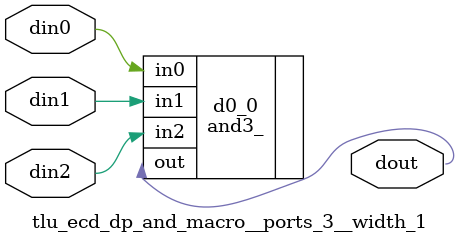
<source format=v>
module tlu_ecd_dp (
  data_in, 
  ecc_in, 
  cerer_ce, 
  cerer_ue, 
  syndrome, 
  cecc_err, 
  uecc_err, 
  uecc_err_);
wire [67:0] d;
wire [7:0] e;
wire [37:0] check0_bus;
wire check0_4;
wire check0_3;
wire check0_2;
wire check0_1;
wire check0_0;
wire c0;
wire [37:0] check1_bus;
wire check1_4;
wire check1_3;
wire check1_2;
wire check1_1;
wire check1_0;
wire c1;
wire [35:0] check2_bus;
wire check2_4;
wire check2_3;
wire check2_2;
wire check2_1;
wire check2_0;
wire c2;
wire [35:0] check3_bus;
wire check3_4;
wire check3_3;
wire check3_2;
wire check3_1;
wire check3_0;
wire c3;
wire [31:0] check4_bus;
wire c4;
wire [31:0] check5_bus;
wire c5;
wire [11:0] check6_bus;
wire c6;
wire [74:0] check7_bus;
wire check7_4;
wire check7_3;
wire check7_2;
wire check7_1;
wire check7_0;
wire c7;
wire [7:7] e_;
wire c7_;
wire parity_incorrect;
wire parity_correct;
wire ecc_err_0;
wire ecc_err_1;
wire ecc_err_2;
wire ecc_err;



input	[67:0]	data_in;	// Used for generation and checking
input	[7:0]	ecc_in;		// Used for checking only
input		cerer_ce;
input		cerer_ue;

output	[7:0]	syndrome;	// Used for generation and checking
output		cecc_err;	// Used for checking only; unused for gen
output		uecc_err;	// Used for checking only; unused for gen
output		uecc_err_;	// Used for checking only; unused for gen



//////////////////////////////////////////////////////////////////////////////

// Position	Binary	
//	 1	0000001	C0
//	 2	0000010	C1
//	 3	0000011	D0
//
//	 4	0000100	C2
//	 5	0000101	D1
//	 6	0000110	D2
//	 7	0000111	D3
//			
//	 8 	0001000	C3
//	 9	0001001	D4
//	10	0001010	D5
//	11	0001011 D6
//	12	0001100	D7
//	...		...
//	15	0001111	D10
//			
//	16	0010000	C4
//	17	0010001	D11
//	...		...
//	20	0010100 D14
//	...		...
//	24	0011000	D18
//	...		...
//	28	0011100	D22
//	...		...
//	31	0011111	D25
//			
//	32	0100000	C5
//	33	0100001	D26
//	...		...
//	36	0100100	D29
//	...		...
//	40	0101000	D33
//	...		...
//	44	0101100	D37
//	...		...
//	48	0110000	D41
//	...		...
//	52	0110100	D45
//	...		...
//	56	0111000	D49
//	...		...
//	60	0111100	D53
//	...		...
//	63	0111111	D56
//			
//	64	1000000	C6
//	65	1000001	D57
//	...		...
//	68	1000100	D60
//	...		...
//	72	1001000	D64
//	73	1001001	D65
//	74	1001010	D66
//	75	1001011	D67
//			
//	76	1001100	C7

assign d[67:0] = 
       data_in[67:0];
assign e[7:0] =
       ecc_in[7:0];



// All odd positions (LSB of position set)
assign check0_bus[37:0] = 
	{d[67], d[65], d[63], d[61], d[59], d[57], 
	 d[56], d[54], d[52], d[50], d[48], d[46], d[44], d[42], 
	 d[40], d[38], d[36], d[34], d[32], d[30], d[28], d[26], 
	 d[25], d[23], d[21], d[19], d[17], d[15], d[13], d[11], 
	 d[10], d[8], d[6], d[4], 
	 d[3], d[1],
	 d[0], 
	 e[0]};

tlu_ecd_dp_prty_macro__width_8 check0_4_pty  (
	.din	(check0_bus	[37:30]	),
	.dout	(check0_4		)
);

tlu_ecd_dp_prty_macro__width_8 check0_3_pty  (
	.din	(check0_bus	[29:22]	),
	.dout	(check0_3		)
);

tlu_ecd_dp_prty_macro__width_8 check0_2_pty  (
	.din	(check0_bus	[21:14]	),
	.dout	(check0_2		)
);

tlu_ecd_dp_prty_macro__width_8 check0_1_pty  (
	.din	(check0_bus	[13:6]	),
	.dout	(check0_1		)
);

tlu_ecd_dp_prty_macro__width_8 check0_0_pty  (
	.din	({check0_bus	[5:0],
		  {2 {1'b0}}	       }),
	.dout	(check0_0		)
);

tlu_ecd_dp_prty_macro__width_8 check0_pty  (
	.din	({check0_4	       ,
		  check0_3	       ,
		  check0_2	       ,
		  check0_1	       ,
		  check0_0	       ,
		  {3 {1'b0}}	       }),
	.dout	(c0			)
);



// All positions with secondmost LSB set
assign check1_bus[37:0] =
       {d[67:66], d[63:62], d[59:58], 
        d[56:55], d[52:51], d[48:47], d[44:43],
        d[40:39], d[36:35], d[32:31], d[28:27],
        d[25:24], d[21:20], d[17:16], d[13:12],
        d[10:9], d[6:5], 
        d[3:2],
        d[0],
        e[1]};

tlu_ecd_dp_prty_macro__width_8 check1_4_pty  (
	.din	(check1_bus	[37:30]	),
	.dout	(check1_4		)
);

tlu_ecd_dp_prty_macro__width_8 check1_3_pty  (
	.din	(check1_bus	[29:22]	),
	.dout	(check1_3		)
);

tlu_ecd_dp_prty_macro__width_8 check1_2_pty  (
	.din	(check1_bus	[21:14]	),
	.dout	(check1_2		)
);

tlu_ecd_dp_prty_macro__width_8 check1_1_pty  (
	.din	(check1_bus	[13:6]	),
	.dout	(check1_1		)
);

tlu_ecd_dp_prty_macro__width_8 check1_0_pty  (
	.din	({check1_bus	[5:0],
		  {2 {1'b0}}	       }),
	.dout	(check1_0		)
);

tlu_ecd_dp_prty_macro__width_8 check1_pty  (
	.din	({check1_0	       ,
		  check1_1	       ,
		  check1_2	       ,
		  check1_3	       ,
		  check1_4	       ,
		  {3 {1'b0}}	       }),
	.dout	(c1			)
);



// All positions with thirdmost LSB set
assign check2_bus[35:0] =
       {d[63:60],
        d[56:53], d[48:45], d[40:37], d[32:29], 
        d[25:22], d[17:14],
        d[10:7],
        d[3:1],
	e[2]};

tlu_ecd_dp_prty_macro__width_8 check2_4_pty  (
	.din	({1'b0,
		  check2_bus	[35:29]}),
	.dout	(check2_4		)
);

tlu_ecd_dp_prty_macro__width_8 check2_3_pty  (
	.din	(check2_bus	[28:21]	),
	.dout	(check2_3		)
);

tlu_ecd_dp_prty_macro__width_8 check2_2_pty  (
	.din	(check2_bus	[20:13]	),
	.dout	(check2_2		)
);

tlu_ecd_dp_prty_macro__width_8 check2_1_pty  (
	.din	(check2_bus	[12:5]	),
	.dout	(check2_1		)
);

tlu_ecd_dp_prty_macro__width_8 check2_0_pty  (
	.din	({check2_bus	[4:0],
		  {3 {1'b0}}	       }),
	.dout	(check2_0		)
);

tlu_ecd_dp_prty_macro__width_8 check2_pty  (
	.din	({check2_0	       ,
		  check2_1	       ,
		  check2_2	       ,
		  check2_3	       ,
		  check2_4	       ,
		  {3 {1'b0}}	       }),
	.dout	(c2			)
);



// All positions with fourthmost LSB set
assign check3_bus[35:0] =
       {d[67:64],
        d[56:49], d[40:33], 
        d[25:18],
        d[10:4],
	e[3]};

tlu_ecd_dp_prty_macro__width_8 check3_4_pty  (
	.din	({{1 {1'b0}}	       ,
		  check3_bus	[35:29]}),
	.dout	(check3_4		)
);

tlu_ecd_dp_prty_macro__width_8 check3_3_pty  (
	.din	(check3_bus	[28:21]	),
	.dout	(check3_3		)
);

tlu_ecd_dp_prty_macro__width_8 check3_2_pty  (
	.din	(check3_bus	[20:13]	),
	.dout	(check3_2		)
);

tlu_ecd_dp_prty_macro__width_8 check3_1_pty  (
	.din	(check3_bus	[12:5]	),
	.dout	(check3_1		)
);

tlu_ecd_dp_prty_macro__width_8 check3_0_pty  (
	.din	({check3_bus	[4:0],
		  {3 {1'b0}}	       }),
	.dout	(check3_0		)
);

tlu_ecd_dp_prty_macro__width_8 check3_pty  (
	.din	({check3_0	       ,
		  check3_1	       ,
		  check3_2	       ,
		  check3_3	       ,
		  check3_4	       ,
		  {3 {1'b0}}	       }),
	.dout	(c3			)
);


// All positions with fifthmost LSB set
assign check4_bus[31:0] =
       {d[56:41],
        d[25:11],
	e[4]};

tlu_ecd_dp_prty_macro__width_32 check4_pty  (
	.din	(check4_bus	[31:0]	),
	.dout	(c4			)
);



// All positions with sixthmost LSB set
assign check5_bus[31:0] =
       {d[56:26], 
	e[5]};

tlu_ecd_dp_prty_macro__width_32 check5_pty  (
	.din	(check5_bus	[31:0]	),
	.dout	(c5			)
);



// All positions with seventhmost LSB set
assign check6_bus[11:0] =
       {d[67:57],
	e[6]};

tlu_ecd_dp_prty_macro__width_16 check6_pty  (
	.din	({{4 {1'b0}}	       ,
		  check6_bus	[11:0]}),
	.dout	(c6			)
);



// Parity of the whole word (including ECC bits)
// Then xnor with e[07] to check the parity
// (or in this case, xor with e[07] to get miscompare)
assign check7_bus[74:0] =
      {d[67:0], e[6:0]};

tlu_ecd_dp_prty_macro__width_16 check7_4_pty  (
	.din	({{5 {1'b0}}	       ,
		  check7_bus	[74:64]}),
	.dout	(check7_4		)
);

tlu_ecd_dp_prty_macro__width_16 check7_3_pty  (
	.din	(check7_bus	[63:48]	),
	.dout	(check7_3		)
);

tlu_ecd_dp_prty_macro__width_16 check7_2_pty  (
	.din	(check7_bus	[47:32]	),
	.dout	(check7_2		)
);

tlu_ecd_dp_prty_macro__width_16 check7_1_pty  (
	.din	(check7_bus	[31:16]	),
	.dout	(check7_1		)
);

tlu_ecd_dp_prty_macro__width_16 check7_0_pty  (
	.din	(check7_bus	[15:0]	),
	.dout	(check7_0		)
);

tlu_ecd_dp_prty_macro__width_8 check7_inv_pty  (
	.din	({{2 {1'b0}}	      ,
		  e		[7   ],
		  check7_0	       ,
		  check7_1	       ,
		  check7_2	       ,
		  check7_3	       ,
		  check7_4	       }),
	.dout	(c7			)
);

tlu_ecd_dp_inv_macro__width_1 e7_inv  (
	.din	(e		[7   ]	),
	.dout	(e_		[7   ]	)
);

tlu_ecd_dp_prty_macro__width_8 check7_pty  (
	.din	({{2 {1'b0}}	      ,
		  e_		[7   ],
		  check7_0	       ,
		  check7_1	       ,
		  check7_2	       ,
		  check7_3	       ,
		  check7_4	       }),
	.dout	(c7_			)
);

assign parity_incorrect =
       c7;

assign parity_correct =
       c7_;


assign syndrome[7:0] = 
       {c7, c6, c5, c4, c3, c2, c1, c0};



// If the syndrome is zero and overall parity is correct, then no errors

// If overall parity is incorrect, then correctable
//assign cecc_err =
//       c7;
// If overall parity is correct and the syndrome is nonzero, then uncorrectable
//assign uecc_err =
//       (| ecc_out[06:00]) & ~c7;
// Also need to factor in CERER bits

tlu_ecd_dp_nor_macro__ports_3__width_1 ecc_err_2_nor   (
	.din0	(syndrome	[6]	),
	.din1	(syndrome	[5]	),
	.din2	(syndrome	[4]	),
	.dout	(ecc_err_0		)
);

tlu_ecd_dp_nor_macro__ports_2__width_1 ecc_err_1_nor   (
	.din0	(syndrome	[3]	),
	.din1	(syndrome	[2]	),
	.dout	(ecc_err_1		)
);

tlu_ecd_dp_nor_macro__ports_2__width_1 ecc_err_0_nor   (
	.din0	(syndrome	[1]	),
	.din1	(syndrome	[0]	),
	.dout	(ecc_err_2		)
);

tlu_ecd_dp_nand_macro__ports_3__width_1 ecc_err_nand   (
	.din0	(ecc_err_0		),
	.din1	(ecc_err_1		),
	.din2	(ecc_err_2		),
	.dout	(ecc_err		)
);

tlu_ecd_dp_and_macro__ports_2__width_1 cecc_err_and   (
 	.din0	(parity_incorrect	),
 	.din1	(cerer_ce		),
	.dout	(cecc_err		)
);

tlu_ecd_dp_and_macro__ports_3__width_1 uecc_err_and   (
	.din0	(ecc_err		),
 	.din1	(parity_correct		),
 	.din2	(cerer_ue		),
	.dout	(uecc_err		)
);

tlu_ecd_dp_nand_macro__ports_3__width_1 uecc_err_nand   (
	.din0	(ecc_err		),
 	.din1	(parity_correct		),
 	.din2	(cerer_ue		),
	.dout	(uecc_err_		)
);


supply0 vss; // <- port for ground
supply1 vdd; // <- port for power

endmodule



//
//   parity macro (even parity)
//
//





module tlu_ecd_dp_prty_macro__width_8 (
  din, 
  dout);
  input [7:0] din;
  output dout;







prty #(8)  m0_0 (
.in(din[7:0]),
.out(dout)
);










endmodule





//
//   parity macro (even parity)
//
//





module tlu_ecd_dp_prty_macro__width_32 (
  din, 
  dout);
  input [31:0] din;
  output dout;







prty #(32)  m0_0 (
.in(din[31:0]),
.out(dout)
);










endmodule





//
//   parity macro (even parity)
//
//





module tlu_ecd_dp_prty_macro__width_16 (
  din, 
  dout);
  input [15:0] din;
  output dout;







prty #(16)  m0_0 (
.in(din[15:0]),
.out(dout)
);










endmodule





//
//   invert macro
//
//





module tlu_ecd_dp_inv_macro__width_1 (
  din, 
  dout);
  input [0:0] din;
  output [0:0] dout;






inv #(1)  d0_0 (
.in(din[0:0]),
.out(dout[0:0])
);









endmodule





//
//   nor macro for ports = 2,3
//
//





module tlu_ecd_dp_nor_macro__ports_3__width_1 (
  din0, 
  din1, 
  din2, 
  dout);
  input [0:0] din0;
  input [0:0] din1;
  input [0:0] din2;
  output [0:0] dout;






nor3_ #(1)  d0_0 (
.in0(din0[0:0]),
.in1(din1[0:0]),
.in2(din2[0:0]),
.out(dout[0:0])
);







endmodule





//
//   nor macro for ports = 2,3
//
//





module tlu_ecd_dp_nor_macro__ports_2__width_1 (
  din0, 
  din1, 
  dout);
  input [0:0] din0;
  input [0:0] din1;
  output [0:0] dout;






nor2_ #(1)  d0_0 (
.in0(din0[0:0]),
.in1(din1[0:0]),
.out(dout[0:0])
);







endmodule





//
//   nand macro for ports = 2,3,4
//
//





module tlu_ecd_dp_nand_macro__ports_3__width_1 (
  din0, 
  din1, 
  din2, 
  dout);
  input [0:0] din0;
  input [0:0] din1;
  input [0:0] din2;
  output [0:0] dout;






nand3_ #(1)  d0_0 (
.in0(din0[0:0]),
.in1(din1[0:0]),
.in2(din2[0:0]),
.out(dout[0:0])
);









endmodule





//  
//   and macro for ports = 2,3,4
//
//





module tlu_ecd_dp_and_macro__ports_2__width_1 (
  din0, 
  din1, 
  dout);
  input [0:0] din0;
  input [0:0] din1;
  output [0:0] dout;






and2_ #(1)  d0_0 (
.in0(din0[0:0]),
.in1(din1[0:0]),
.out(dout[0:0])
);









endmodule





//  
//   and macro for ports = 2,3,4
//
//





module tlu_ecd_dp_and_macro__ports_3__width_1 (
  din0, 
  din1, 
  din2, 
  dout);
  input [0:0] din0;
  input [0:0] din1;
  input [0:0] din2;
  output [0:0] dout;






and3_ #(1)  d0_0 (
.in0(din0[0:0]),
.in1(din1[0:0]),
.in2(din2[0:0]),
.out(dout[0:0])
);









endmodule





</source>
